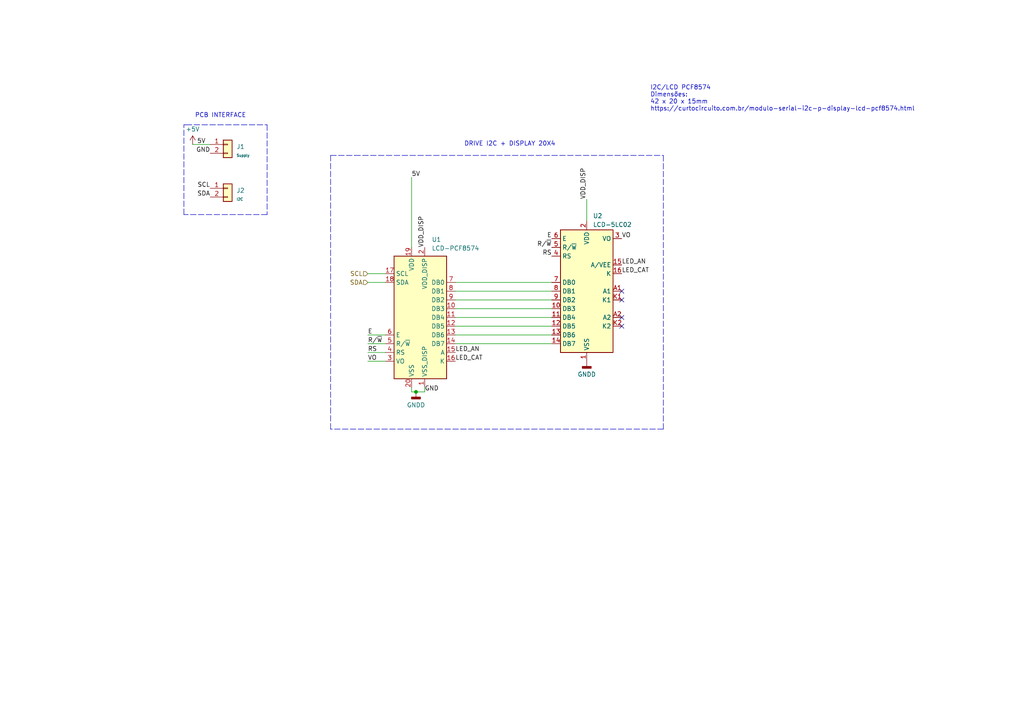
<source format=kicad_sch>
(kicad_sch (version 20211123) (generator eeschema)
  (paper "A4")
  (lib_symbols
    (symbol "Connector_Generic:Conn_01x02" (pin_names (offset 1.016) hide)
      (property "Reference" "J" (at 0 2.54 0))
      (property "Value" "Conn_01x02" (at 0 -5.08 0))
      (symbol "Conn_01x02_1_1"
        (rectangle (start -1.27 -2.413) (end 0 -2.667) (stroke (width 0.1524)))
        (rectangle (start -1.27 0.127) (end 0 -0.127) (stroke (width 0.1524)))
        (rectangle (start -1.27 1.27) (end 1.27 -3.81) (stroke (width 0.254)) (fill (type background)))
        (pin passive line (at -5.08 0 0) (length 3.81) (name "Pin_1") (number "1"))
        (pin passive line (at -5.08 -2.54 0) (length 3.81) (name "Pin_2") (number "2"))
      )
    )
    (symbol "Display_Character:LCD-016N002L"
      (property "Reference" "U" (at -6.35 18.796 0))
      (property "Value" "LCD-016N002L" (at 8.636 18.796 0))
      (symbol "LCD-016N002L_1_1"
        (rectangle (start -7.62 17.78) (end 7.62 -17.78) (stroke (width 0.254)) (fill (type background)))
        (pin power_in line (at 0 -20.32 90) (length 2.54) (name "VSS") (number "1"))
        (pin bidirectional line (at -10.16 -5.08 0) (length 2.54) (name "DB3") (number "10"))
        (pin bidirectional line (at -10.16 -7.62 0) (length 2.54) (name "DB4") (number "11"))
        (pin bidirectional line (at -10.16 -10.16 0) (length 2.54) (name "DB5") (number "12"))
        (pin bidirectional line (at -10.16 -12.7 0) (length 2.54) (name "DB6") (number "13"))
        (pin bidirectional line (at -10.16 -15.24 0) (length 2.54) (name "DB7") (number "14"))
        (pin power_in line (at 10.16 7.62 180) (length 2.54) (name "A/VEE") (number "15"))
        (pin power_in line (at 10.16 5.08 180) (length 2.54) (name "K") (number "16"))
        (pin power_in line (at 0 20.32 270) (length 2.54) (name "VDD") (number "2"))
        (pin input line (at 10.16 15.24 180) (length 2.54) (name "VO") (number "3"))
        (pin input line (at -10.16 10.16 0) (length 2.54) (name "RS") (number "4"))
        (pin input line (at -10.16 12.7 0) (length 2.54) (name "R/~{W}") (number "5"))
        (pin input line (at -10.16 15.24 0) (length 2.54) (name "E") (number "6"))
        (pin bidirectional line (at -10.16 2.54 0) (length 2.54) (name "DB0") (number "7"))
        (pin bidirectional line (at -10.16 0 0) (length 2.54) (name "DB1") (number "8"))
        (pin bidirectional line (at -10.16 -2.54 0) (length 2.54) (name "DB2") (number "9"))
        (pin power_in line (at 10.16 0 180) (length 2.54) (name "A1") (number "A1"))
        (pin power_in line (at 10.16 -7.62 180) (length 2.54) (name "A2") (number "A2"))
        (pin power_in line (at 10.16 -2.54 180) (length 2.54) (name "K1") (number "K1"))
        (pin power_in line (at 10.16 -10.16 180) (length 2.54) (name "K2") (number "K2"))
      )
    )
    (symbol "LCD-PCF8574_1"
      (property "Reference" "U" (at 7.62 21.59 0))
      (property "Value" "LCD-PCF8574_1" (at 13.97 19.05 0))
      (symbol "LCD-PCF8574_1_1_1"
        (rectangle (start -6.35 17.78) (end 8.89 -17.78) (stroke (width 0.254)) (fill (type background)))
        (pin power_in line (at 2.54 -20.32 90) (length 2.54) (name "VSS_DISP") (number "1"))
        (pin bidirectional line (at 11.43 2.54 180) (length 2.54) (name "DB3") (number "10"))
        (pin bidirectional line (at 11.43 0 180) (length 2.54) (name "DB4") (number "11"))
        (pin bidirectional line (at 11.43 -2.54 180) (length 2.54) (name "DB5") (number "12"))
        (pin bidirectional line (at 11.43 -5.08 180) (length 2.54) (name "DB6") (number "13"))
        (pin bidirectional line (at 11.43 -7.62 180) (length 2.54) (name "DB7") (number "14"))
        (pin power_in line (at 11.43 -10.16 180) (length 2.54) (name "A") (number "15"))
        (pin power_in line (at 11.43 -12.7 180) (length 2.54) (name "K") (number "16"))
        (pin input line (at -8.89 12.7 0) (length 2.54) (name "SCL") (number "17"))
        (pin bidirectional line (at -8.89 10.16 0) (length 2.54) (name "SDA") (number "18"))
        (pin power_in line (at -1.27 20.32 270) (length 2.54) (name "VDD") (number "19"))
        (pin power_in line (at 2.54 20.32 270) (length 2.54) (name "VDD_DISP") (number "2"))
        (pin power_in line (at -1.27 -20.32 90) (length 2.54) (name "VSS") (number "20"))
        (pin output line (at -8.89 -12.7 0) (length 2.54) (name "VO") (number "3"))
        (pin output line (at -8.89 -10.16 0) (length 2.54) (name "RS") (number "4"))
        (pin output line (at -8.89 -7.62 0) (length 2.54) (name "R/~{W}") (number "5"))
        (pin output line (at -8.89 -5.08 0) (length 2.54) (name "E") (number "6"))
        (pin bidirectional line (at 11.43 10.16 180) (length 2.54) (name "DB0") (number "7"))
        (pin bidirectional line (at 11.43 7.62 180) (length 2.54) (name "DB1") (number "8"))
        (pin bidirectional line (at 11.43 5.08 180) (length 2.54) (name "DB2") (number "9"))
      )
    )
    (symbol "power:+5V" (power) (pin_names (offset 0))
      (property "Value" "+5V" (at 0 3.556 0))
      (symbol "+5V_0_1"
        (polyline (pts (xy -0.762 1.27) (xy 0 2.54)))
        (polyline (pts (xy 0 0) (xy 0 2.54)))
        (polyline (pts (xy 0 2.54) (xy 0.762 1.27)))
      )
      (symbol "+5V_1_1"
        (pin power_in line (at 0 0 90) (length 0) hide (name "+5V") (number "1"))
      )
    )
    (symbol "power:GNDD" (power) (pin_names (offset 0))
      (property "Value" "GNDD" (at 0 -3.175 0))
      (symbol "GNDD_0_1"
        (rectangle (start -1.27 -1.524) (end 1.27 -2.032) (stroke (width 0.254)) (fill (type outline)))
        (polyline (pts (xy 0 0) (xy 0 -1.524)))
      )
      (symbol "GNDD_1_1"
        (pin power_in line (at 0 0 270) (length 0) hide (name "GNDD") (number "1"))
      )
    )
  )
  (junction (at 120.65 113.665))
  (no_connect (at 180.34 86.995))
  (no_connect (at 180.34 84.455))
  (no_connect (at 180.34 94.615))
  (no_connect (at 180.34 92.075))
  (wire (pts (xy 119.38 113.665) (xy 119.38 112.395)))
  (wire (pts (xy 120.65 113.665) (xy 123.19 113.665)))
  (wire (pts (xy 55.88 41.91) (xy 60.96 41.91)))
  (wire (pts (xy 132.08 97.155) (xy 160.02 97.155)))
  (wire (pts (xy 132.08 84.455) (xy 160.02 84.455)))
  (wire (pts (xy 132.08 81.915) (xy 160.02 81.915)))
  (polyline (pts (xy 102.87 45.085) (xy 192.405 45.085)))
  (wire (pts (xy 132.08 92.075) (xy 160.02 92.075)))
  (polyline (pts (xy 192.405 45.085) (xy 192.405 124.46)))
  (polyline (pts (xy 95.885 45.085) (xy 102.87 45.085)))
  (wire (pts (xy 123.19 113.665) (xy 123.19 112.395)))
  (wire (pts (xy 106.68 79.375) (xy 111.76 79.375)))
  (wire (pts (xy 132.08 89.535) (xy 160.02 89.535)))
  (wire (pts (xy 106.68 81.915) (xy 111.76 81.915)))
  (polyline (pts (xy 53.975 36.195) (xy 77.47 36.195)))
  (wire (pts (xy 119.38 51.435) (xy 119.38 71.755)))
  (polyline (pts (xy 95.885 124.46) (xy 95.885 45.085)))
  (polyline (pts (xy 53.34 62.23) (xy 53.34 36.195)))
  (wire (pts (xy 132.08 86.995) (xy 160.02 86.995)))
  (wire (pts (xy 120.65 113.665) (xy 119.38 113.665)))
  (wire (pts (xy 106.68 104.775) (xy 111.76 104.775)))
  (polyline (pts (xy 53.34 36.195) (xy 53.975 36.195)))
  (wire (pts (xy 170.18 57.785) (xy 170.18 64.135)))
  (wire (pts (xy 106.68 99.695) (xy 111.76 99.695)))
  (wire (pts (xy 132.08 99.695) (xy 160.02 99.695)))
  (polyline (pts (xy 77.47 36.195) (xy 77.47 62.23)))
  (wire (pts (xy 132.08 94.615) (xy 160.02 94.615)))
  (wire (pts (xy 106.68 97.155) (xy 111.76 97.155)))
  (wire (pts (xy 106.68 102.235) (xy 111.76 102.235)))
  (polyline (pts (xy 77.47 62.23) (xy 53.34 62.23)))
  (polyline (pts (xy 192.405 124.46) (xy 95.885 124.46)))
  (text "DRIVE I2C + DISPLAY 20X4" (at 134.62 42.545 0) (effects (font (size 1.27 1.27)) (justify left bottom)))
  (text "I2C/LCD PCF8574\nDimensões: \n42 x 20 x 15mm\nhttps://curtocircuito.com.br/modulo-serial-i2c-p-display-lcd-pcf8574.html" (at 188.595 32.385 0) (effects (font (size 1.27 1.27)) (justify left bottom)))
  (text "PCB INTERFACE" (at 56.515 34.29 0) (effects (font (size 1.27 1.27)) (justify left bottom)))
  (label "LED_CAT" (at 180.34 79.375 0))
  (label "5V" (at 57.15 41.91 0))
  (label "VDD_DISP" (at 170.18 57.785 90))
  (label "LED_AN" (at 180.34 76.835 0))
  (label "GND" (at 60.96 44.45 180))
  (label "VO" (at 180.34 69.215 0))
  (label "E" (at 160.02 69.215 180))
  (label "R{slash}~{W}" (at 106.68 99.695 0))
  (label "GND" (at 123.19 113.665 0))
  (label "LED_AN" (at 132.08 102.235 0))
  (label "RS" (at 160.02 74.295 180))
  (label "VO" (at 106.68 104.775 0))
  (label "SDA" (at 60.96 57.15 180))
  (label "R{slash}~{W}" (at 160.02 71.755 180))
  (label "SCL" (at 60.96 54.61 180))
  (label "RS" (at 106.68 102.235 0))
  (label "LED_CAT" (at 132.08 104.775 0))
  (label "E" (at 106.68 97.155 0))
  (label "VDD_DISP" (at 123.19 71.755 90))
  (label "5V" (at 119.38 51.435 0))
  (hierarchical_label "SCL" (shape input) (at 106.68 79.375 180))
  (hierarchical_label "SDA" (shape input) (at 106.68 81.915 180))
  (symbol (lib_id "Display_Character:LCD-016N002L") (at 170.18 84.455 0) (unit 1)
    (property "Reference" "U2" (at 171.958 62.611 0) (effects (justify left)))
    (property "Value" "LCD-5LC02" (at 171.958 65.151 0) (effects (justify left)))
    (property "Footprint" "Connector_PinHeader_2.54mm:PinHeader_1x16_P2.54mm_Vertical" (effects hide))
    (property "Datasheet" "http://www.vishay.com/docs/37299/37299.pdf" (effects hide))
  )
  (symbol (lib_id "power:+5V") (at 55.88 41.91 0) (unit 1)
    (property "Reference" "#PWR0101" (effects hide))
    (property "Value" "+5V" (at 55.88 37.465 0))
  )
  (symbol (lib_id "Connector_Generic:Conn_01x02") (at 66.04 54.61 0) (unit 1)
    (property "Reference" "J2" (at 68.58 55.2449 0) (effects (justify left)))
    (property "Value" "I2C" (at 68.58 57.7849 0) (effects (font (size 0.75 0.75)) (justify left)))
    (property "Footprint" "Connector_PinHeader_2.54mm:PinHeader_1x02_P2.54mm_Vertical" (effects hide))
  )
  (symbol (lib_id "power:GNDD") (at 120.65 113.665 0) (unit 1)
    (property "Reference" "#PWR0108" (effects hide))
    (property "Value" "GNDD" (at 120.65 117.475 0))
  )
  (symbol (lib_id "Connector_Generic:Conn_01x02") (at 66.04 41.91 0) (unit 1)
    (property "Reference" "J1" (at 68.58 42.5449 0) (effects (justify left)))
    (property "Value" "Supply" (at 68.58 45.0849 0) (effects (font (size 0.75 0.75)) (justify left)))
    (property "Footprint" "Connector_PinHeader_2.54mm:PinHeader_1x02_P2.54mm_Vertical" (effects hide))
  )
  (symbol (lib_id "power:GNDD") (at 170.18 104.775 0) (unit 1)
    (property "Reference" "#PWR0107" (effects hide))
    (property "Value" "GNDD" (at 170.18 108.585 0))
  )
  (symbol (lib_name "LCD-PCF8574_1") (lib_id "adelson:LCD-PCF8574") (at 120.65 92.075 0) (unit 1)
    (property "Reference" "U1" (at 125.2094 69.469 0) (effects (justify left)))
    (property "Value" "LCD-PCF8574" (at 125.2094 72.009 0) (effects (justify left)))
    (property "Footprint" "adelson:Módulo I2C - PCF8574" (effects hide))
  )
)
</source>
